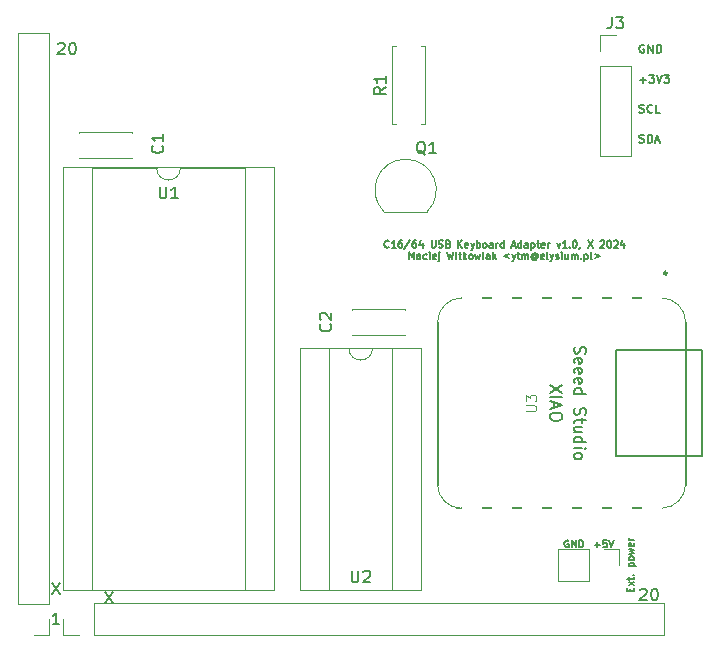
<source format=gto>
G04 #@! TF.GenerationSoftware,KiCad,Pcbnew,(6.0.11)*
G04 #@! TF.CreationDate,2024-10-09T23:17:59+02:00*
G04 #@! TF.ProjectId,kicad-c128keyb,6b696361-642d-4633-9132-386b6579622e,rev?*
G04 #@! TF.SameCoordinates,Original*
G04 #@! TF.FileFunction,Legend,Top*
G04 #@! TF.FilePolarity,Positive*
%FSLAX46Y46*%
G04 Gerber Fmt 4.6, Leading zero omitted, Abs format (unit mm)*
G04 Created by KiCad (PCBNEW (6.0.11)) date 2024-10-09 23:17:59*
%MOMM*%
%LPD*%
G01*
G04 APERTURE LIST*
%ADD10C,0.150000*%
%ADD11C,0.101600*%
%ADD12C,0.120000*%
%ADD13C,0.025400*%
%ADD14C,0.254000*%
%ADD15C,0.127000*%
%ADD16R,1.600000X1.600000*%
%ADD17O,1.600000X1.600000*%
%ADD18O,1.700000X1.700000*%
%ADD19R,1.700000X1.700000*%
%ADD20C,1.600000*%
%ADD21R,1.050000X1.500000*%
%ADD22O,1.050000X1.500000*%
%ADD23O,1.700000X3.700000*%
%ADD24O,1.700000X3.600000*%
%ADD25R,1.700000X3.500000*%
%ADD26C,0.700000*%
%ADD27C,4.400000*%
G04 APERTURE END LIST*
D10*
X158529976Y-114101619D02*
X158577595Y-114054000D01*
X158672833Y-114006380D01*
X158910928Y-114006380D01*
X159006166Y-114054000D01*
X159053785Y-114101619D01*
X159101404Y-114196857D01*
X159101404Y-114292095D01*
X159053785Y-114434952D01*
X158482357Y-115006380D01*
X159101404Y-115006380D01*
X159720452Y-114006380D02*
X159815690Y-114006380D01*
X159910928Y-114054000D01*
X159958547Y-114101619D01*
X160006166Y-114196857D01*
X160053785Y-114387333D01*
X160053785Y-114625428D01*
X160006166Y-114815904D01*
X159958547Y-114911142D01*
X159910928Y-114958761D01*
X159815690Y-115006380D01*
X159720452Y-115006380D01*
X159625214Y-114958761D01*
X159577595Y-114911142D01*
X159529976Y-114815904D01*
X159482357Y-114625428D01*
X159482357Y-114387333D01*
X159529976Y-114196857D01*
X159577595Y-114101619D01*
X159625214Y-114054000D01*
X159720452Y-114006380D01*
X113270357Y-114260380D02*
X113937023Y-115260380D01*
X113937023Y-114260380D02*
X113270357Y-115260380D01*
X108758357Y-113498380D02*
X109425023Y-114498380D01*
X109425023Y-113498380D02*
X108758357Y-114498380D01*
X109377404Y-117038380D02*
X108805976Y-117038380D01*
X109091690Y-117038380D02*
X109091690Y-116038380D01*
X108996452Y-116181238D01*
X108901214Y-116276476D01*
X108805976Y-116324095D01*
X109253976Y-67873619D02*
X109301595Y-67826000D01*
X109396833Y-67778380D01*
X109634928Y-67778380D01*
X109730166Y-67826000D01*
X109777785Y-67873619D01*
X109825404Y-67968857D01*
X109825404Y-68064095D01*
X109777785Y-68206952D01*
X109206357Y-68778380D01*
X109825404Y-68778380D01*
X110444452Y-67778380D02*
X110539690Y-67778380D01*
X110634928Y-67826000D01*
X110682547Y-67873619D01*
X110730166Y-67968857D01*
X110777785Y-68159333D01*
X110777785Y-68397428D01*
X110730166Y-68587904D01*
X110682547Y-68683142D01*
X110634928Y-68730761D01*
X110539690Y-68778380D01*
X110444452Y-68778380D01*
X110349214Y-68730761D01*
X110301595Y-68683142D01*
X110253976Y-68587904D01*
X110206357Y-68397428D01*
X110206357Y-68159333D01*
X110253976Y-67968857D01*
X110301595Y-67873619D01*
X110349214Y-67826000D01*
X110444452Y-67778380D01*
X157696142Y-114228285D02*
X157696142Y-114028285D01*
X158010428Y-113942571D02*
X158010428Y-114228285D01*
X157410428Y-114228285D01*
X157410428Y-113942571D01*
X158010428Y-113742571D02*
X157610428Y-113428285D01*
X157610428Y-113742571D02*
X158010428Y-113428285D01*
X157610428Y-113285428D02*
X157610428Y-113056857D01*
X157410428Y-113199714D02*
X157924714Y-113199714D01*
X157981857Y-113171142D01*
X158010428Y-113114000D01*
X158010428Y-113056857D01*
X157953285Y-112856857D02*
X157981857Y-112828285D01*
X158010428Y-112856857D01*
X157981857Y-112885428D01*
X157953285Y-112856857D01*
X158010428Y-112856857D01*
X157610428Y-112114000D02*
X158210428Y-112114000D01*
X157639000Y-112114000D02*
X157610428Y-112056857D01*
X157610428Y-111942571D01*
X157639000Y-111885428D01*
X157667571Y-111856857D01*
X157724714Y-111828285D01*
X157896142Y-111828285D01*
X157953285Y-111856857D01*
X157981857Y-111885428D01*
X158010428Y-111942571D01*
X158010428Y-112056857D01*
X157981857Y-112114000D01*
X158010428Y-111485428D02*
X157981857Y-111542571D01*
X157953285Y-111571142D01*
X157896142Y-111599714D01*
X157724714Y-111599714D01*
X157667571Y-111571142D01*
X157639000Y-111542571D01*
X157610428Y-111485428D01*
X157610428Y-111399714D01*
X157639000Y-111342571D01*
X157667571Y-111314000D01*
X157724714Y-111285428D01*
X157896142Y-111285428D01*
X157953285Y-111314000D01*
X157981857Y-111342571D01*
X158010428Y-111399714D01*
X158010428Y-111485428D01*
X157610428Y-111085428D02*
X158010428Y-110971142D01*
X157724714Y-110856857D01*
X158010428Y-110742571D01*
X157610428Y-110628285D01*
X157981857Y-110171142D02*
X158010428Y-110228285D01*
X158010428Y-110342571D01*
X157981857Y-110399714D01*
X157924714Y-110428285D01*
X157696142Y-110428285D01*
X157639000Y-110399714D01*
X157610428Y-110342571D01*
X157610428Y-110228285D01*
X157639000Y-110171142D01*
X157696142Y-110142571D01*
X157753285Y-110142571D01*
X157810428Y-110428285D01*
X158010428Y-109885428D02*
X157610428Y-109885428D01*
X157724714Y-109885428D02*
X157667571Y-109856857D01*
X157639000Y-109828285D01*
X157610428Y-109771142D01*
X157610428Y-109714000D01*
X137266000Y-85075285D02*
X137237428Y-85103857D01*
X137151714Y-85132428D01*
X137094571Y-85132428D01*
X137008857Y-85103857D01*
X136951714Y-85046714D01*
X136923142Y-84989571D01*
X136894571Y-84875285D01*
X136894571Y-84789571D01*
X136923142Y-84675285D01*
X136951714Y-84618142D01*
X137008857Y-84561000D01*
X137094571Y-84532428D01*
X137151714Y-84532428D01*
X137237428Y-84561000D01*
X137266000Y-84589571D01*
X137837428Y-85132428D02*
X137494571Y-85132428D01*
X137666000Y-85132428D02*
X137666000Y-84532428D01*
X137608857Y-84618142D01*
X137551714Y-84675285D01*
X137494571Y-84703857D01*
X138351714Y-84532428D02*
X138237428Y-84532428D01*
X138180285Y-84561000D01*
X138151714Y-84589571D01*
X138094571Y-84675285D01*
X138066000Y-84789571D01*
X138066000Y-85018142D01*
X138094571Y-85075285D01*
X138123142Y-85103857D01*
X138180285Y-85132428D01*
X138294571Y-85132428D01*
X138351714Y-85103857D01*
X138380285Y-85075285D01*
X138408857Y-85018142D01*
X138408857Y-84875285D01*
X138380285Y-84818142D01*
X138351714Y-84789571D01*
X138294571Y-84761000D01*
X138180285Y-84761000D01*
X138123142Y-84789571D01*
X138094571Y-84818142D01*
X138066000Y-84875285D01*
X139094571Y-84503857D02*
X138580285Y-85275285D01*
X139551714Y-84532428D02*
X139437428Y-84532428D01*
X139380285Y-84561000D01*
X139351714Y-84589571D01*
X139294571Y-84675285D01*
X139266000Y-84789571D01*
X139266000Y-85018142D01*
X139294571Y-85075285D01*
X139323142Y-85103857D01*
X139380285Y-85132428D01*
X139494571Y-85132428D01*
X139551714Y-85103857D01*
X139580285Y-85075285D01*
X139608857Y-85018142D01*
X139608857Y-84875285D01*
X139580285Y-84818142D01*
X139551714Y-84789571D01*
X139494571Y-84761000D01*
X139380285Y-84761000D01*
X139323142Y-84789571D01*
X139294571Y-84818142D01*
X139266000Y-84875285D01*
X140123142Y-84732428D02*
X140123142Y-85132428D01*
X139980285Y-84503857D02*
X139837428Y-84932428D01*
X140208857Y-84932428D01*
X140894571Y-84532428D02*
X140894571Y-85018142D01*
X140923142Y-85075285D01*
X140951714Y-85103857D01*
X141008857Y-85132428D01*
X141123142Y-85132428D01*
X141180285Y-85103857D01*
X141208857Y-85075285D01*
X141237428Y-85018142D01*
X141237428Y-84532428D01*
X141494571Y-85103857D02*
X141580285Y-85132428D01*
X141723142Y-85132428D01*
X141780285Y-85103857D01*
X141808857Y-85075285D01*
X141837428Y-85018142D01*
X141837428Y-84961000D01*
X141808857Y-84903857D01*
X141780285Y-84875285D01*
X141723142Y-84846714D01*
X141608857Y-84818142D01*
X141551714Y-84789571D01*
X141523142Y-84761000D01*
X141494571Y-84703857D01*
X141494571Y-84646714D01*
X141523142Y-84589571D01*
X141551714Y-84561000D01*
X141608857Y-84532428D01*
X141751714Y-84532428D01*
X141837428Y-84561000D01*
X142294571Y-84818142D02*
X142380285Y-84846714D01*
X142408857Y-84875285D01*
X142437428Y-84932428D01*
X142437428Y-85018142D01*
X142408857Y-85075285D01*
X142380285Y-85103857D01*
X142323142Y-85132428D01*
X142094571Y-85132428D01*
X142094571Y-84532428D01*
X142294571Y-84532428D01*
X142351714Y-84561000D01*
X142380285Y-84589571D01*
X142408857Y-84646714D01*
X142408857Y-84703857D01*
X142380285Y-84761000D01*
X142351714Y-84789571D01*
X142294571Y-84818142D01*
X142094571Y-84818142D01*
X143151714Y-85132428D02*
X143151714Y-84532428D01*
X143494571Y-85132428D02*
X143237428Y-84789571D01*
X143494571Y-84532428D02*
X143151714Y-84875285D01*
X143980285Y-85103857D02*
X143923142Y-85132428D01*
X143808857Y-85132428D01*
X143751714Y-85103857D01*
X143723142Y-85046714D01*
X143723142Y-84818142D01*
X143751714Y-84761000D01*
X143808857Y-84732428D01*
X143923142Y-84732428D01*
X143980285Y-84761000D01*
X144008857Y-84818142D01*
X144008857Y-84875285D01*
X143723142Y-84932428D01*
X144208857Y-84732428D02*
X144351714Y-85132428D01*
X144494571Y-84732428D02*
X144351714Y-85132428D01*
X144294571Y-85275285D01*
X144266000Y-85303857D01*
X144208857Y-85332428D01*
X144723142Y-85132428D02*
X144723142Y-84532428D01*
X144723142Y-84761000D02*
X144780285Y-84732428D01*
X144894571Y-84732428D01*
X144951714Y-84761000D01*
X144980285Y-84789571D01*
X145008857Y-84846714D01*
X145008857Y-85018142D01*
X144980285Y-85075285D01*
X144951714Y-85103857D01*
X144894571Y-85132428D01*
X144780285Y-85132428D01*
X144723142Y-85103857D01*
X145351714Y-85132428D02*
X145294571Y-85103857D01*
X145266000Y-85075285D01*
X145237428Y-85018142D01*
X145237428Y-84846714D01*
X145266000Y-84789571D01*
X145294571Y-84761000D01*
X145351714Y-84732428D01*
X145437428Y-84732428D01*
X145494571Y-84761000D01*
X145523142Y-84789571D01*
X145551714Y-84846714D01*
X145551714Y-85018142D01*
X145523142Y-85075285D01*
X145494571Y-85103857D01*
X145437428Y-85132428D01*
X145351714Y-85132428D01*
X146066000Y-85132428D02*
X146066000Y-84818142D01*
X146037428Y-84761000D01*
X145980285Y-84732428D01*
X145866000Y-84732428D01*
X145808857Y-84761000D01*
X146066000Y-85103857D02*
X146008857Y-85132428D01*
X145866000Y-85132428D01*
X145808857Y-85103857D01*
X145780285Y-85046714D01*
X145780285Y-84989571D01*
X145808857Y-84932428D01*
X145866000Y-84903857D01*
X146008857Y-84903857D01*
X146066000Y-84875285D01*
X146351714Y-85132428D02*
X146351714Y-84732428D01*
X146351714Y-84846714D02*
X146380285Y-84789571D01*
X146408857Y-84761000D01*
X146466000Y-84732428D01*
X146523142Y-84732428D01*
X146980285Y-85132428D02*
X146980285Y-84532428D01*
X146980285Y-85103857D02*
X146923142Y-85132428D01*
X146808857Y-85132428D01*
X146751714Y-85103857D01*
X146723142Y-85075285D01*
X146694571Y-85018142D01*
X146694571Y-84846714D01*
X146723142Y-84789571D01*
X146751714Y-84761000D01*
X146808857Y-84732428D01*
X146923142Y-84732428D01*
X146980285Y-84761000D01*
X147694571Y-84961000D02*
X147980285Y-84961000D01*
X147637428Y-85132428D02*
X147837428Y-84532428D01*
X148037428Y-85132428D01*
X148494571Y-85132428D02*
X148494571Y-84532428D01*
X148494571Y-85103857D02*
X148437428Y-85132428D01*
X148323142Y-85132428D01*
X148266000Y-85103857D01*
X148237428Y-85075285D01*
X148208857Y-85018142D01*
X148208857Y-84846714D01*
X148237428Y-84789571D01*
X148266000Y-84761000D01*
X148323142Y-84732428D01*
X148437428Y-84732428D01*
X148494571Y-84761000D01*
X149037428Y-85132428D02*
X149037428Y-84818142D01*
X149008857Y-84761000D01*
X148951714Y-84732428D01*
X148837428Y-84732428D01*
X148780285Y-84761000D01*
X149037428Y-85103857D02*
X148980285Y-85132428D01*
X148837428Y-85132428D01*
X148780285Y-85103857D01*
X148751714Y-85046714D01*
X148751714Y-84989571D01*
X148780285Y-84932428D01*
X148837428Y-84903857D01*
X148980285Y-84903857D01*
X149037428Y-84875285D01*
X149323142Y-84732428D02*
X149323142Y-85332428D01*
X149323142Y-84761000D02*
X149380285Y-84732428D01*
X149494571Y-84732428D01*
X149551714Y-84761000D01*
X149580285Y-84789571D01*
X149608857Y-84846714D01*
X149608857Y-85018142D01*
X149580285Y-85075285D01*
X149551714Y-85103857D01*
X149494571Y-85132428D01*
X149380285Y-85132428D01*
X149323142Y-85103857D01*
X149780285Y-84732428D02*
X150008857Y-84732428D01*
X149866000Y-84532428D02*
X149866000Y-85046714D01*
X149894571Y-85103857D01*
X149951714Y-85132428D01*
X150008857Y-85132428D01*
X150437428Y-85103857D02*
X150380285Y-85132428D01*
X150266000Y-85132428D01*
X150208857Y-85103857D01*
X150180285Y-85046714D01*
X150180285Y-84818142D01*
X150208857Y-84761000D01*
X150266000Y-84732428D01*
X150380285Y-84732428D01*
X150437428Y-84761000D01*
X150466000Y-84818142D01*
X150466000Y-84875285D01*
X150180285Y-84932428D01*
X150723142Y-85132428D02*
X150723142Y-84732428D01*
X150723142Y-84846714D02*
X150751714Y-84789571D01*
X150780285Y-84761000D01*
X150837428Y-84732428D01*
X150894571Y-84732428D01*
X151494571Y-84732428D02*
X151637428Y-85132428D01*
X151780285Y-84732428D01*
X152323142Y-85132428D02*
X151980285Y-85132428D01*
X152151714Y-85132428D02*
X152151714Y-84532428D01*
X152094571Y-84618142D01*
X152037428Y-84675285D01*
X151980285Y-84703857D01*
X152580285Y-85075285D02*
X152608857Y-85103857D01*
X152580285Y-85132428D01*
X152551714Y-85103857D01*
X152580285Y-85075285D01*
X152580285Y-85132428D01*
X152980285Y-84532428D02*
X153037428Y-84532428D01*
X153094571Y-84561000D01*
X153123142Y-84589571D01*
X153151714Y-84646714D01*
X153180285Y-84761000D01*
X153180285Y-84903857D01*
X153151714Y-85018142D01*
X153123142Y-85075285D01*
X153094571Y-85103857D01*
X153037428Y-85132428D01*
X152980285Y-85132428D01*
X152923142Y-85103857D01*
X152894571Y-85075285D01*
X152866000Y-85018142D01*
X152837428Y-84903857D01*
X152837428Y-84761000D01*
X152866000Y-84646714D01*
X152894571Y-84589571D01*
X152923142Y-84561000D01*
X152980285Y-84532428D01*
X153466000Y-85103857D02*
X153466000Y-85132428D01*
X153437428Y-85189571D01*
X153408857Y-85218142D01*
X154123142Y-84532428D02*
X154523142Y-85132428D01*
X154523142Y-84532428D02*
X154123142Y-85132428D01*
X155180285Y-84589571D02*
X155208857Y-84561000D01*
X155266000Y-84532428D01*
X155408857Y-84532428D01*
X155466000Y-84561000D01*
X155494571Y-84589571D01*
X155523142Y-84646714D01*
X155523142Y-84703857D01*
X155494571Y-84789571D01*
X155151714Y-85132428D01*
X155523142Y-85132428D01*
X155894571Y-84532428D02*
X155951714Y-84532428D01*
X156008857Y-84561000D01*
X156037428Y-84589571D01*
X156066000Y-84646714D01*
X156094571Y-84761000D01*
X156094571Y-84903857D01*
X156066000Y-85018142D01*
X156037428Y-85075285D01*
X156008857Y-85103857D01*
X155951714Y-85132428D01*
X155894571Y-85132428D01*
X155837428Y-85103857D01*
X155808857Y-85075285D01*
X155780285Y-85018142D01*
X155751714Y-84903857D01*
X155751714Y-84761000D01*
X155780285Y-84646714D01*
X155808857Y-84589571D01*
X155837428Y-84561000D01*
X155894571Y-84532428D01*
X156323142Y-84589571D02*
X156351714Y-84561000D01*
X156408857Y-84532428D01*
X156551714Y-84532428D01*
X156608857Y-84561000D01*
X156637428Y-84589571D01*
X156666000Y-84646714D01*
X156666000Y-84703857D01*
X156637428Y-84789571D01*
X156294571Y-85132428D01*
X156666000Y-85132428D01*
X157180285Y-84732428D02*
X157180285Y-85132428D01*
X157037428Y-84503857D02*
X156894571Y-84932428D01*
X157266000Y-84932428D01*
X138994571Y-86098428D02*
X138994571Y-85498428D01*
X139194571Y-85927000D01*
X139394571Y-85498428D01*
X139394571Y-86098428D01*
X139937428Y-86098428D02*
X139937428Y-85784142D01*
X139908857Y-85727000D01*
X139851714Y-85698428D01*
X139737428Y-85698428D01*
X139680285Y-85727000D01*
X139937428Y-86069857D02*
X139880285Y-86098428D01*
X139737428Y-86098428D01*
X139680285Y-86069857D01*
X139651714Y-86012714D01*
X139651714Y-85955571D01*
X139680285Y-85898428D01*
X139737428Y-85869857D01*
X139880285Y-85869857D01*
X139937428Y-85841285D01*
X140480285Y-86069857D02*
X140423142Y-86098428D01*
X140308857Y-86098428D01*
X140251714Y-86069857D01*
X140223142Y-86041285D01*
X140194571Y-85984142D01*
X140194571Y-85812714D01*
X140223142Y-85755571D01*
X140251714Y-85727000D01*
X140308857Y-85698428D01*
X140423142Y-85698428D01*
X140480285Y-85727000D01*
X140737428Y-86098428D02*
X140737428Y-85698428D01*
X140737428Y-85498428D02*
X140708857Y-85527000D01*
X140737428Y-85555571D01*
X140766000Y-85527000D01*
X140737428Y-85498428D01*
X140737428Y-85555571D01*
X141251714Y-86069857D02*
X141194571Y-86098428D01*
X141080285Y-86098428D01*
X141023142Y-86069857D01*
X140994571Y-86012714D01*
X140994571Y-85784142D01*
X141023142Y-85727000D01*
X141080285Y-85698428D01*
X141194571Y-85698428D01*
X141251714Y-85727000D01*
X141280285Y-85784142D01*
X141280285Y-85841285D01*
X140994571Y-85898428D01*
X141537428Y-85698428D02*
X141537428Y-86212714D01*
X141508857Y-86269857D01*
X141451714Y-86298428D01*
X141423142Y-86298428D01*
X141537428Y-85498428D02*
X141508857Y-85527000D01*
X141537428Y-85555571D01*
X141566000Y-85527000D01*
X141537428Y-85498428D01*
X141537428Y-85555571D01*
X142223142Y-85498428D02*
X142366000Y-86098428D01*
X142480285Y-85669857D01*
X142594571Y-86098428D01*
X142737428Y-85498428D01*
X142966000Y-86098428D02*
X142966000Y-85698428D01*
X142966000Y-85498428D02*
X142937428Y-85527000D01*
X142966000Y-85555571D01*
X142994571Y-85527000D01*
X142966000Y-85498428D01*
X142966000Y-85555571D01*
X143166000Y-85698428D02*
X143394571Y-85698428D01*
X143251714Y-85498428D02*
X143251714Y-86012714D01*
X143280285Y-86069857D01*
X143337428Y-86098428D01*
X143394571Y-86098428D01*
X143594571Y-86098428D02*
X143594571Y-85498428D01*
X143651714Y-85869857D02*
X143823142Y-86098428D01*
X143823142Y-85698428D02*
X143594571Y-85927000D01*
X144166000Y-86098428D02*
X144108857Y-86069857D01*
X144080285Y-86041285D01*
X144051714Y-85984142D01*
X144051714Y-85812714D01*
X144080285Y-85755571D01*
X144108857Y-85727000D01*
X144166000Y-85698428D01*
X144251714Y-85698428D01*
X144308857Y-85727000D01*
X144337428Y-85755571D01*
X144366000Y-85812714D01*
X144366000Y-85984142D01*
X144337428Y-86041285D01*
X144308857Y-86069857D01*
X144251714Y-86098428D01*
X144166000Y-86098428D01*
X144566000Y-85698428D02*
X144680285Y-86098428D01*
X144794571Y-85812714D01*
X144908857Y-86098428D01*
X145023142Y-85698428D01*
X145251714Y-86098428D02*
X145251714Y-85698428D01*
X145251714Y-85498428D02*
X145223142Y-85527000D01*
X145251714Y-85555571D01*
X145280285Y-85527000D01*
X145251714Y-85498428D01*
X145251714Y-85555571D01*
X145794571Y-86098428D02*
X145794571Y-85784142D01*
X145766000Y-85727000D01*
X145708857Y-85698428D01*
X145594571Y-85698428D01*
X145537428Y-85727000D01*
X145794571Y-86069857D02*
X145737428Y-86098428D01*
X145594571Y-86098428D01*
X145537428Y-86069857D01*
X145508857Y-86012714D01*
X145508857Y-85955571D01*
X145537428Y-85898428D01*
X145594571Y-85869857D01*
X145737428Y-85869857D01*
X145794571Y-85841285D01*
X146080285Y-86098428D02*
X146080285Y-85498428D01*
X146137428Y-85869857D02*
X146308857Y-86098428D01*
X146308857Y-85698428D02*
X146080285Y-85927000D01*
X147480285Y-85698428D02*
X147023142Y-85869857D01*
X147480285Y-86041285D01*
X147708857Y-85698428D02*
X147851714Y-86098428D01*
X147994571Y-85698428D02*
X147851714Y-86098428D01*
X147794571Y-86241285D01*
X147766000Y-86269857D01*
X147708857Y-86298428D01*
X148137428Y-85698428D02*
X148366000Y-85698428D01*
X148223142Y-85498428D02*
X148223142Y-86012714D01*
X148251714Y-86069857D01*
X148308857Y-86098428D01*
X148366000Y-86098428D01*
X148566000Y-86098428D02*
X148566000Y-85698428D01*
X148566000Y-85755571D02*
X148594571Y-85727000D01*
X148651714Y-85698428D01*
X148737428Y-85698428D01*
X148794571Y-85727000D01*
X148823142Y-85784142D01*
X148823142Y-86098428D01*
X148823142Y-85784142D02*
X148851714Y-85727000D01*
X148908857Y-85698428D01*
X148994571Y-85698428D01*
X149051714Y-85727000D01*
X149080285Y-85784142D01*
X149080285Y-86098428D01*
X149737428Y-85812714D02*
X149708857Y-85784142D01*
X149651714Y-85755571D01*
X149594571Y-85755571D01*
X149537428Y-85784142D01*
X149508857Y-85812714D01*
X149480285Y-85869857D01*
X149480285Y-85927000D01*
X149508857Y-85984142D01*
X149537428Y-86012714D01*
X149594571Y-86041285D01*
X149651714Y-86041285D01*
X149708857Y-86012714D01*
X149737428Y-85984142D01*
X149737428Y-85755571D02*
X149737428Y-85984142D01*
X149766000Y-86012714D01*
X149794571Y-86012714D01*
X149851714Y-85984142D01*
X149880285Y-85927000D01*
X149880285Y-85784142D01*
X149823142Y-85698428D01*
X149737428Y-85641285D01*
X149623142Y-85612714D01*
X149508857Y-85641285D01*
X149423142Y-85698428D01*
X149366000Y-85784142D01*
X149337428Y-85898428D01*
X149366000Y-86012714D01*
X149423142Y-86098428D01*
X149508857Y-86155571D01*
X149623142Y-86184142D01*
X149737428Y-86155571D01*
X149823142Y-86098428D01*
X150366000Y-86069857D02*
X150308857Y-86098428D01*
X150194571Y-86098428D01*
X150137428Y-86069857D01*
X150108857Y-86012714D01*
X150108857Y-85784142D01*
X150137428Y-85727000D01*
X150194571Y-85698428D01*
X150308857Y-85698428D01*
X150366000Y-85727000D01*
X150394571Y-85784142D01*
X150394571Y-85841285D01*
X150108857Y-85898428D01*
X150737428Y-86098428D02*
X150680285Y-86069857D01*
X150651714Y-86012714D01*
X150651714Y-85498428D01*
X150908857Y-85698428D02*
X151051714Y-86098428D01*
X151194571Y-85698428D02*
X151051714Y-86098428D01*
X150994571Y-86241285D01*
X150966000Y-86269857D01*
X150908857Y-86298428D01*
X151394571Y-86069857D02*
X151451714Y-86098428D01*
X151566000Y-86098428D01*
X151623142Y-86069857D01*
X151651714Y-86012714D01*
X151651714Y-85984142D01*
X151623142Y-85927000D01*
X151566000Y-85898428D01*
X151480285Y-85898428D01*
X151423142Y-85869857D01*
X151394571Y-85812714D01*
X151394571Y-85784142D01*
X151423142Y-85727000D01*
X151480285Y-85698428D01*
X151566000Y-85698428D01*
X151623142Y-85727000D01*
X151908857Y-86098428D02*
X151908857Y-85698428D01*
X151908857Y-85498428D02*
X151880285Y-85527000D01*
X151908857Y-85555571D01*
X151937428Y-85527000D01*
X151908857Y-85498428D01*
X151908857Y-85555571D01*
X152451714Y-85698428D02*
X152451714Y-86098428D01*
X152194571Y-85698428D02*
X152194571Y-86012714D01*
X152223142Y-86069857D01*
X152280285Y-86098428D01*
X152366000Y-86098428D01*
X152423142Y-86069857D01*
X152451714Y-86041285D01*
X152737428Y-86098428D02*
X152737428Y-85698428D01*
X152737428Y-85755571D02*
X152766000Y-85727000D01*
X152823142Y-85698428D01*
X152908857Y-85698428D01*
X152966000Y-85727000D01*
X152994571Y-85784142D01*
X152994571Y-86098428D01*
X152994571Y-85784142D02*
X153023142Y-85727000D01*
X153080285Y-85698428D01*
X153166000Y-85698428D01*
X153223142Y-85727000D01*
X153251714Y-85784142D01*
X153251714Y-86098428D01*
X153537428Y-86041285D02*
X153566000Y-86069857D01*
X153537428Y-86098428D01*
X153508857Y-86069857D01*
X153537428Y-86041285D01*
X153537428Y-86098428D01*
X153823142Y-85698428D02*
X153823142Y-86298428D01*
X153823142Y-85727000D02*
X153880285Y-85698428D01*
X153994571Y-85698428D01*
X154051714Y-85727000D01*
X154080285Y-85755571D01*
X154108857Y-85812714D01*
X154108857Y-85984142D01*
X154080285Y-86041285D01*
X154051714Y-86069857D01*
X153994571Y-86098428D01*
X153880285Y-86098428D01*
X153823142Y-86069857D01*
X154451714Y-86098428D02*
X154394571Y-86069857D01*
X154366000Y-86012714D01*
X154366000Y-85498428D01*
X154680285Y-85698428D02*
X155137428Y-85869857D01*
X154680285Y-86041285D01*
X152455857Y-109936000D02*
X152398714Y-109907428D01*
X152313000Y-109907428D01*
X152227285Y-109936000D01*
X152170142Y-109993142D01*
X152141571Y-110050285D01*
X152113000Y-110164571D01*
X152113000Y-110250285D01*
X152141571Y-110364571D01*
X152170142Y-110421714D01*
X152227285Y-110478857D01*
X152313000Y-110507428D01*
X152370142Y-110507428D01*
X152455857Y-110478857D01*
X152484428Y-110450285D01*
X152484428Y-110250285D01*
X152370142Y-110250285D01*
X152741571Y-110507428D02*
X152741571Y-109907428D01*
X153084428Y-110507428D01*
X153084428Y-109907428D01*
X153370142Y-110507428D02*
X153370142Y-109907428D01*
X153513000Y-109907428D01*
X153598714Y-109936000D01*
X153655857Y-109993142D01*
X153684428Y-110050285D01*
X153713000Y-110164571D01*
X153713000Y-110250285D01*
X153684428Y-110364571D01*
X153655857Y-110421714D01*
X153598714Y-110478857D01*
X153513000Y-110507428D01*
X153370142Y-110507428D01*
X158472833Y-76229333D02*
X158572833Y-76262666D01*
X158739500Y-76262666D01*
X158806166Y-76229333D01*
X158839500Y-76196000D01*
X158872833Y-76129333D01*
X158872833Y-76062666D01*
X158839500Y-75996000D01*
X158806166Y-75962666D01*
X158739500Y-75929333D01*
X158606166Y-75896000D01*
X158539500Y-75862666D01*
X158506166Y-75829333D01*
X158472833Y-75762666D01*
X158472833Y-75696000D01*
X158506166Y-75629333D01*
X158539500Y-75596000D01*
X158606166Y-75562666D01*
X158772833Y-75562666D01*
X158872833Y-75596000D01*
X159172833Y-76262666D02*
X159172833Y-75562666D01*
X159339500Y-75562666D01*
X159439500Y-75596000D01*
X159506166Y-75662666D01*
X159539500Y-75729333D01*
X159572833Y-75862666D01*
X159572833Y-75962666D01*
X159539500Y-76096000D01*
X159506166Y-76162666D01*
X159439500Y-76229333D01*
X159339500Y-76262666D01*
X159172833Y-76262666D01*
X159839500Y-76062666D02*
X160172833Y-76062666D01*
X159772833Y-76262666D02*
X160006166Y-75562666D01*
X160239500Y-76262666D01*
X158506166Y-70916000D02*
X159039500Y-70916000D01*
X158772833Y-71182666D02*
X158772833Y-70649333D01*
X159306166Y-70482666D02*
X159739500Y-70482666D01*
X159506166Y-70749333D01*
X159606166Y-70749333D01*
X159672833Y-70782666D01*
X159706166Y-70816000D01*
X159739500Y-70882666D01*
X159739500Y-71049333D01*
X159706166Y-71116000D01*
X159672833Y-71149333D01*
X159606166Y-71182666D01*
X159406166Y-71182666D01*
X159339500Y-71149333D01*
X159306166Y-71116000D01*
X159939500Y-70482666D02*
X160172833Y-71182666D01*
X160406166Y-70482666D01*
X160572833Y-70482666D02*
X161006166Y-70482666D01*
X160772833Y-70749333D01*
X160872833Y-70749333D01*
X160939500Y-70782666D01*
X160972833Y-70816000D01*
X161006166Y-70882666D01*
X161006166Y-71049333D01*
X160972833Y-71116000D01*
X160939500Y-71149333D01*
X160872833Y-71182666D01*
X160672833Y-71182666D01*
X160606166Y-71149333D01*
X160572833Y-71116000D01*
X158472833Y-73689333D02*
X158572833Y-73722666D01*
X158739500Y-73722666D01*
X158806166Y-73689333D01*
X158839500Y-73656000D01*
X158872833Y-73589333D01*
X158872833Y-73522666D01*
X158839500Y-73456000D01*
X158806166Y-73422666D01*
X158739500Y-73389333D01*
X158606166Y-73356000D01*
X158539500Y-73322666D01*
X158506166Y-73289333D01*
X158472833Y-73222666D01*
X158472833Y-73156000D01*
X158506166Y-73089333D01*
X158539500Y-73056000D01*
X158606166Y-73022666D01*
X158772833Y-73022666D01*
X158872833Y-73056000D01*
X159572833Y-73656000D02*
X159539500Y-73689333D01*
X159439500Y-73722666D01*
X159372833Y-73722666D01*
X159272833Y-73689333D01*
X159206166Y-73622666D01*
X159172833Y-73556000D01*
X159139500Y-73422666D01*
X159139500Y-73322666D01*
X159172833Y-73189333D01*
X159206166Y-73122666D01*
X159272833Y-73056000D01*
X159372833Y-73022666D01*
X159439500Y-73022666D01*
X159539500Y-73056000D01*
X159572833Y-73089333D01*
X160206166Y-73722666D02*
X159872833Y-73722666D01*
X159872833Y-73022666D01*
X158872833Y-67976000D02*
X158806166Y-67942666D01*
X158706166Y-67942666D01*
X158606166Y-67976000D01*
X158539500Y-68042666D01*
X158506166Y-68109333D01*
X158472833Y-68242666D01*
X158472833Y-68342666D01*
X158506166Y-68476000D01*
X158539500Y-68542666D01*
X158606166Y-68609333D01*
X158706166Y-68642666D01*
X158772833Y-68642666D01*
X158872833Y-68609333D01*
X158906166Y-68576000D01*
X158906166Y-68342666D01*
X158772833Y-68342666D01*
X159206166Y-68642666D02*
X159206166Y-67942666D01*
X159606166Y-68642666D01*
X159606166Y-67942666D01*
X159939500Y-68642666D02*
X159939500Y-67942666D01*
X160106166Y-67942666D01*
X160206166Y-67976000D01*
X160272833Y-68042666D01*
X160306166Y-68109333D01*
X160339500Y-68242666D01*
X160339500Y-68342666D01*
X160306166Y-68476000D01*
X160272833Y-68542666D01*
X160206166Y-68609333D01*
X160106166Y-68642666D01*
X159939500Y-68642666D01*
X154681571Y-110278857D02*
X155138714Y-110278857D01*
X154910142Y-110507428D02*
X154910142Y-110050285D01*
X155710142Y-109907428D02*
X155424428Y-109907428D01*
X155395857Y-110193142D01*
X155424428Y-110164571D01*
X155481571Y-110136000D01*
X155624428Y-110136000D01*
X155681571Y-110164571D01*
X155710142Y-110193142D01*
X155738714Y-110250285D01*
X155738714Y-110393142D01*
X155710142Y-110450285D01*
X155681571Y-110478857D01*
X155624428Y-110507428D01*
X155481571Y-110507428D01*
X155424428Y-110478857D01*
X155395857Y-110450285D01*
X155910142Y-109907428D02*
X156110142Y-110507428D01*
X156310142Y-109907428D01*
X117851095Y-79970380D02*
X117851095Y-80779904D01*
X117898714Y-80875142D01*
X117946333Y-80922761D01*
X118041571Y-80970380D01*
X118232047Y-80970380D01*
X118327285Y-80922761D01*
X118374904Y-80875142D01*
X118422523Y-80779904D01*
X118422523Y-79970380D01*
X119422523Y-80970380D02*
X118851095Y-80970380D01*
X119136809Y-80970380D02*
X119136809Y-79970380D01*
X119041571Y-80113238D01*
X118946333Y-80208476D01*
X118851095Y-80256095D01*
X118086142Y-76493666D02*
X118133761Y-76541285D01*
X118181380Y-76684142D01*
X118181380Y-76779380D01*
X118133761Y-76922238D01*
X118038523Y-77017476D01*
X117943285Y-77065095D01*
X117752809Y-77112714D01*
X117609952Y-77112714D01*
X117419476Y-77065095D01*
X117324238Y-77017476D01*
X117229000Y-76922238D01*
X117181380Y-76779380D01*
X117181380Y-76684142D01*
X117229000Y-76541285D01*
X117276619Y-76493666D01*
X118181380Y-75541285D02*
X118181380Y-76112714D01*
X118181380Y-75827000D02*
X117181380Y-75827000D01*
X117324238Y-75922238D01*
X117419476Y-76017476D01*
X117467095Y-76112714D01*
X137020380Y-71540666D02*
X136544190Y-71874000D01*
X137020380Y-72112095D02*
X136020380Y-72112095D01*
X136020380Y-71731142D01*
X136068000Y-71635904D01*
X136115619Y-71588285D01*
X136210857Y-71540666D01*
X136353714Y-71540666D01*
X136448952Y-71588285D01*
X136496571Y-71635904D01*
X136544190Y-71731142D01*
X136544190Y-72112095D01*
X137020380Y-70588285D02*
X137020380Y-71159714D01*
X137020380Y-70874000D02*
X136020380Y-70874000D01*
X136163238Y-70969238D01*
X136258476Y-71064476D01*
X136306095Y-71159714D01*
X134112095Y-112482380D02*
X134112095Y-113291904D01*
X134159714Y-113387142D01*
X134207333Y-113434761D01*
X134302571Y-113482380D01*
X134493047Y-113482380D01*
X134588285Y-113434761D01*
X134635904Y-113387142D01*
X134683523Y-113291904D01*
X134683523Y-112482380D01*
X135112095Y-112577619D02*
X135159714Y-112530000D01*
X135254952Y-112482380D01*
X135493047Y-112482380D01*
X135588285Y-112530000D01*
X135635904Y-112577619D01*
X135683523Y-112672857D01*
X135683523Y-112768095D01*
X135635904Y-112910952D01*
X135064476Y-113482380D01*
X135683523Y-113482380D01*
X156130666Y-65575380D02*
X156130666Y-66289666D01*
X156083047Y-66432523D01*
X155987809Y-66527761D01*
X155844952Y-66575380D01*
X155749714Y-66575380D01*
X156511619Y-65575380D02*
X157130666Y-65575380D01*
X156797333Y-65956333D01*
X156940190Y-65956333D01*
X157035428Y-66003952D01*
X157083047Y-66051571D01*
X157130666Y-66146809D01*
X157130666Y-66384904D01*
X157083047Y-66480142D01*
X157035428Y-66527761D01*
X156940190Y-66575380D01*
X156654476Y-66575380D01*
X156559238Y-66527761D01*
X156511619Y-66480142D01*
X132310142Y-91606666D02*
X132357761Y-91654285D01*
X132405380Y-91797142D01*
X132405380Y-91892380D01*
X132357761Y-92035238D01*
X132262523Y-92130476D01*
X132167285Y-92178095D01*
X131976809Y-92225714D01*
X131833952Y-92225714D01*
X131643476Y-92178095D01*
X131548238Y-92130476D01*
X131453000Y-92035238D01*
X131405380Y-91892380D01*
X131405380Y-91797142D01*
X131453000Y-91654285D01*
X131500619Y-91606666D01*
X131500619Y-91225714D02*
X131453000Y-91178095D01*
X131405380Y-91082857D01*
X131405380Y-90844761D01*
X131453000Y-90749523D01*
X131500619Y-90701904D01*
X131595857Y-90654285D01*
X131691095Y-90654285D01*
X131833952Y-90701904D01*
X132405380Y-91273333D01*
X132405380Y-90654285D01*
X140366761Y-77255619D02*
X140271523Y-77208000D01*
X140176285Y-77112761D01*
X140033428Y-76969904D01*
X139938190Y-76922285D01*
X139842952Y-76922285D01*
X139890571Y-77160380D02*
X139795333Y-77112761D01*
X139700095Y-77017523D01*
X139652476Y-76827047D01*
X139652476Y-76493714D01*
X139700095Y-76303238D01*
X139795333Y-76208000D01*
X139890571Y-76160380D01*
X140081047Y-76160380D01*
X140176285Y-76208000D01*
X140271523Y-76303238D01*
X140319142Y-76493714D01*
X140319142Y-76827047D01*
X140271523Y-77017523D01*
X140176285Y-77112761D01*
X140081047Y-77160380D01*
X139890571Y-77160380D01*
X141271523Y-77160380D02*
X140700095Y-77160380D01*
X140985809Y-77160380D02*
X140985809Y-76160380D01*
X140890571Y-76303238D01*
X140795333Y-76398476D01*
X140700095Y-76446095D01*
D11*
X148865166Y-98975333D02*
X149584833Y-98975333D01*
X149669500Y-98933000D01*
X149711833Y-98890666D01*
X149754166Y-98806000D01*
X149754166Y-98636666D01*
X149711833Y-98552000D01*
X149669500Y-98509666D01*
X149584833Y-98467333D01*
X148865166Y-98467333D01*
X148865166Y-98128666D02*
X148865166Y-97578333D01*
X149203833Y-97874666D01*
X149203833Y-97747666D01*
X149246166Y-97663000D01*
X149288500Y-97620666D01*
X149373166Y-97578333D01*
X149584833Y-97578333D01*
X149669500Y-97620666D01*
X149711833Y-97663000D01*
X149754166Y-97747666D01*
X149754166Y-98001666D01*
X149711833Y-98086333D01*
X149669500Y-98128666D01*
D10*
X151939619Y-96774190D02*
X150939619Y-97440857D01*
X151939619Y-97440857D02*
X150939619Y-96774190D01*
X150939619Y-97821809D02*
X151939619Y-97821809D01*
X151225333Y-98250380D02*
X151225333Y-98726571D01*
X150939619Y-98155142D02*
X151939619Y-98488476D01*
X150939619Y-98821809D01*
X151939619Y-99345619D02*
X151939619Y-99536095D01*
X151892000Y-99631333D01*
X151796761Y-99726571D01*
X151606285Y-99774190D01*
X151272952Y-99774190D01*
X151082476Y-99726571D01*
X150987238Y-99631333D01*
X150939619Y-99536095D01*
X150939619Y-99345619D01*
X150987238Y-99250380D01*
X151082476Y-99155142D01*
X151272952Y-99107523D01*
X151606285Y-99107523D01*
X151796761Y-99155142D01*
X151892000Y-99250380D01*
X151939619Y-99345619D01*
X152987238Y-93536095D02*
X152939619Y-93678952D01*
X152939619Y-93917047D01*
X152987238Y-94012285D01*
X153034857Y-94059904D01*
X153130095Y-94107523D01*
X153225333Y-94107523D01*
X153320571Y-94059904D01*
X153368190Y-94012285D01*
X153415809Y-93917047D01*
X153463428Y-93726571D01*
X153511047Y-93631333D01*
X153558666Y-93583714D01*
X153653904Y-93536095D01*
X153749142Y-93536095D01*
X153844380Y-93583714D01*
X153892000Y-93631333D01*
X153939619Y-93726571D01*
X153939619Y-93964666D01*
X153892000Y-94107523D01*
X152987238Y-94917047D02*
X152939619Y-94821809D01*
X152939619Y-94631333D01*
X152987238Y-94536095D01*
X153082476Y-94488476D01*
X153463428Y-94488476D01*
X153558666Y-94536095D01*
X153606285Y-94631333D01*
X153606285Y-94821809D01*
X153558666Y-94917047D01*
X153463428Y-94964666D01*
X153368190Y-94964666D01*
X153272952Y-94488476D01*
X152987238Y-95774190D02*
X152939619Y-95678952D01*
X152939619Y-95488476D01*
X152987238Y-95393238D01*
X153082476Y-95345619D01*
X153463428Y-95345619D01*
X153558666Y-95393238D01*
X153606285Y-95488476D01*
X153606285Y-95678952D01*
X153558666Y-95774190D01*
X153463428Y-95821809D01*
X153368190Y-95821809D01*
X153272952Y-95345619D01*
X152987238Y-96631333D02*
X152939619Y-96536095D01*
X152939619Y-96345619D01*
X152987238Y-96250380D01*
X153082476Y-96202761D01*
X153463428Y-96202761D01*
X153558666Y-96250380D01*
X153606285Y-96345619D01*
X153606285Y-96536095D01*
X153558666Y-96631333D01*
X153463428Y-96678952D01*
X153368190Y-96678952D01*
X153272952Y-96202761D01*
X152939619Y-97536095D02*
X153939619Y-97536095D01*
X152987238Y-97536095D02*
X152939619Y-97440857D01*
X152939619Y-97250380D01*
X152987238Y-97155142D01*
X153034857Y-97107523D01*
X153130095Y-97059904D01*
X153415809Y-97059904D01*
X153511047Y-97107523D01*
X153558666Y-97155142D01*
X153606285Y-97250380D01*
X153606285Y-97440857D01*
X153558666Y-97536095D01*
X152987238Y-98726571D02*
X152939619Y-98869428D01*
X152939619Y-99107523D01*
X152987238Y-99202761D01*
X153034857Y-99250380D01*
X153130095Y-99298000D01*
X153225333Y-99298000D01*
X153320571Y-99250380D01*
X153368190Y-99202761D01*
X153415809Y-99107523D01*
X153463428Y-98917047D01*
X153511047Y-98821809D01*
X153558666Y-98774190D01*
X153653904Y-98726571D01*
X153749142Y-98726571D01*
X153844380Y-98774190D01*
X153892000Y-98821809D01*
X153939619Y-98917047D01*
X153939619Y-99155142D01*
X153892000Y-99298000D01*
X153606285Y-99583714D02*
X153606285Y-99964666D01*
X153939619Y-99726571D02*
X153082476Y-99726571D01*
X152987238Y-99774190D01*
X152939619Y-99869428D01*
X152939619Y-99964666D01*
X153606285Y-100726571D02*
X152939619Y-100726571D01*
X153606285Y-100298000D02*
X153082476Y-100298000D01*
X152987238Y-100345619D01*
X152939619Y-100440857D01*
X152939619Y-100583714D01*
X152987238Y-100678952D01*
X153034857Y-100726571D01*
X152939619Y-101631333D02*
X153939619Y-101631333D01*
X152987238Y-101631333D02*
X152939619Y-101536095D01*
X152939619Y-101345619D01*
X152987238Y-101250380D01*
X153034857Y-101202761D01*
X153130095Y-101155142D01*
X153415809Y-101155142D01*
X153511047Y-101202761D01*
X153558666Y-101250380D01*
X153606285Y-101345619D01*
X153606285Y-101536095D01*
X153558666Y-101631333D01*
X152939619Y-102107523D02*
X153606285Y-102107523D01*
X153939619Y-102107523D02*
X153892000Y-102059904D01*
X153844380Y-102107523D01*
X153892000Y-102155142D01*
X153939619Y-102107523D01*
X153844380Y-102107523D01*
X152939619Y-102726571D02*
X152987238Y-102631333D01*
X153034857Y-102583714D01*
X153130095Y-102536095D01*
X153415809Y-102536095D01*
X153511047Y-102583714D01*
X153558666Y-102631333D01*
X153606285Y-102726571D01*
X153606285Y-102869428D01*
X153558666Y-102964666D01*
X153511047Y-103012285D01*
X153415809Y-103059904D01*
X153130095Y-103059904D01*
X153034857Y-103012285D01*
X152987238Y-102964666D01*
X152939619Y-102869428D01*
X152939619Y-102726571D01*
D12*
X109663000Y-78351000D02*
X109663000Y-114151000D01*
X127563000Y-78351000D02*
X109663000Y-78351000D01*
X112153000Y-114091000D02*
X125073000Y-114091000D01*
X117613000Y-78411000D02*
X112153000Y-78411000D01*
X125073000Y-114091000D02*
X125073000Y-78411000D01*
X112153000Y-78411000D02*
X112153000Y-114091000D01*
X125073000Y-78411000D02*
X119613000Y-78411000D01*
X127563000Y-114151000D02*
X127563000Y-78351000D01*
X109663000Y-114151000D02*
X127563000Y-114151000D01*
X117613000Y-78411000D02*
G75*
G03*
X119613000Y-78411000I1000000J0D01*
G01*
X112268000Y-117916000D02*
X112268000Y-115256000D01*
X109668000Y-117916000D02*
X109668000Y-116586000D01*
X112268000Y-117916000D02*
X160588000Y-117916000D01*
X160588000Y-117916000D02*
X160588000Y-115256000D01*
X112268000Y-115256000D02*
X160588000Y-115256000D01*
X110998000Y-117916000D02*
X109668000Y-117916000D01*
X108518000Y-116586000D02*
X108518000Y-117916000D01*
X105858000Y-115316000D02*
X105858000Y-66996000D01*
X108518000Y-66996000D02*
X105858000Y-66996000D01*
X108518000Y-115316000D02*
X108518000Y-66996000D01*
X108518000Y-117916000D02*
X107188000Y-117916000D01*
X108518000Y-115316000D02*
X105858000Y-115316000D01*
X111014000Y-75384000D02*
X111014000Y-75399000D01*
X115554000Y-77509000D02*
X115554000Y-77524000D01*
X115554000Y-75384000D02*
X115554000Y-75399000D01*
X111014000Y-75384000D02*
X115554000Y-75384000D01*
X111014000Y-77524000D02*
X115554000Y-77524000D01*
X111014000Y-77509000D02*
X111014000Y-77524000D01*
X137898000Y-74644000D02*
X137568000Y-74644000D01*
X137568000Y-74644000D02*
X137568000Y-68104000D01*
X139978000Y-74644000D02*
X140308000Y-74644000D01*
X140308000Y-68104000D02*
X139978000Y-68104000D01*
X137568000Y-68104000D02*
X137898000Y-68104000D01*
X140308000Y-74644000D02*
X140308000Y-68104000D01*
X137534000Y-93656000D02*
X135884000Y-93656000D01*
X129744000Y-114156000D02*
X140024000Y-114156000D01*
X133884000Y-93656000D02*
X132234000Y-93656000D01*
X129744000Y-93596000D02*
X129744000Y-114156000D01*
X132234000Y-114096000D02*
X137534000Y-114096000D01*
X137534000Y-114096000D02*
X137534000Y-93656000D01*
X132234000Y-93656000D02*
X132234000Y-114096000D01*
X140024000Y-93596000D02*
X129744000Y-93596000D01*
X140024000Y-114156000D02*
X140024000Y-93596000D01*
X133884000Y-93656000D02*
G75*
G03*
X135884000Y-93656000I1000000J0D01*
G01*
X155134000Y-69723000D02*
X157794000Y-69723000D01*
X155134000Y-67123000D02*
X156464000Y-67123000D01*
X155134000Y-68453000D02*
X155134000Y-67123000D01*
X155134000Y-69723000D02*
X155134000Y-77403000D01*
X155134000Y-77403000D02*
X157794000Y-77403000D01*
X157794000Y-69723000D02*
X157794000Y-77403000D01*
X134128000Y-90385000D02*
X134128000Y-90370000D01*
X138668000Y-90370000D02*
X134128000Y-90370000D01*
X138668000Y-92510000D02*
X138668000Y-92495000D01*
X134128000Y-92510000D02*
X134128000Y-92495000D01*
X138668000Y-90385000D02*
X138668000Y-90370000D01*
X138668000Y-92510000D02*
X134128000Y-92510000D01*
X136884000Y-82093000D02*
X140484000Y-82093000D01*
X138684000Y-77642999D02*
G75*
G03*
X136845522Y-82081478I0J-2600001D01*
G01*
X140522478Y-82081478D02*
G75*
G03*
X138684000Y-77643000I-1838478J1838478D01*
G01*
D13*
X160502473Y-89413333D02*
X160551494Y-89417397D01*
X160453705Y-89410285D01*
X160502473Y-89413333D01*
X143370426Y-107187492D02*
X143321150Y-107185713D01*
X143272382Y-107182665D01*
X143223361Y-107178601D01*
X143174593Y-107173268D01*
X143125825Y-107166664D01*
X143077310Y-107159044D01*
X143029050Y-107150153D01*
X142981045Y-107140248D01*
X143370426Y-107187492D01*
D14*
X160819000Y-87298000D02*
G75*
G03*
X160819000Y-87298000I-127000J0D01*
G01*
D12*
X162392000Y-91398000D02*
G75*
G03*
X160392000Y-89398000I-2044612J-44612D01*
G01*
X143392000Y-89398000D02*
G75*
G03*
X141392000Y-91398000I44857J-2044857D01*
G01*
X141392000Y-105198000D02*
G75*
G03*
X143392000Y-107198000I2000000J0D01*
G01*
X160392000Y-107198000D02*
G75*
G03*
X162392000Y-105198000I-44600J2044600D01*
G01*
D15*
X143392000Y-107198000D02*
X160392000Y-107198000D01*
X156462730Y-93798000D02*
X163816030Y-93798000D01*
X162391090Y-105198000D02*
X162391090Y-91398000D01*
X156462730Y-102798000D02*
X156462730Y-93798000D01*
X163816030Y-102798000D02*
X156462730Y-102798000D01*
X163816030Y-93798000D02*
X163816030Y-102798000D01*
X160392000Y-89398000D02*
X143392000Y-89398000D01*
X141392000Y-91398000D02*
X141392000Y-105198000D01*
D12*
X151583000Y-110684000D02*
X151583000Y-113344000D01*
X156783000Y-110684000D02*
X156783000Y-112014000D01*
X154183000Y-110684000D02*
X154183000Y-113344000D01*
X155453000Y-110684000D02*
X156783000Y-110684000D01*
X154183000Y-110684000D02*
X151583000Y-110684000D01*
X154183000Y-113344000D02*
X151583000Y-113344000D01*
%LPC*%
D16*
X110993000Y-79741000D03*
D17*
X110993000Y-82281000D03*
X110993000Y-84821000D03*
X110993000Y-87361000D03*
X110993000Y-89901000D03*
X110993000Y-92441000D03*
X110993000Y-94981000D03*
X110993000Y-97521000D03*
X110993000Y-100061000D03*
X110993000Y-102601000D03*
X110993000Y-105141000D03*
X110993000Y-107681000D03*
X110993000Y-110221000D03*
X110993000Y-112761000D03*
X126233000Y-112761000D03*
X126233000Y-110221000D03*
X126233000Y-107681000D03*
X126233000Y-105141000D03*
X126233000Y-102601000D03*
X126233000Y-100061000D03*
X126233000Y-97521000D03*
X126233000Y-94981000D03*
X126233000Y-92441000D03*
X126233000Y-89901000D03*
X126233000Y-87361000D03*
X126233000Y-84821000D03*
X126233000Y-82281000D03*
X126233000Y-79741000D03*
D18*
X159258000Y-116586000D03*
X156718000Y-116586000D03*
X154178000Y-116586000D03*
X151638000Y-116586000D03*
X149098000Y-116586000D03*
X146558000Y-116586000D03*
X144018000Y-116586000D03*
X141478000Y-116586000D03*
X138938000Y-116586000D03*
X136398000Y-116586000D03*
X133858000Y-116586000D03*
X131318000Y-116586000D03*
X128778000Y-116586000D03*
X126238000Y-116586000D03*
X123698000Y-116586000D03*
X121158000Y-116586000D03*
X118618000Y-116586000D03*
X116078000Y-116586000D03*
X113538000Y-116586000D03*
D19*
X110998000Y-116586000D03*
X107188000Y-116586000D03*
D18*
X107188000Y-114046000D03*
X107188000Y-111506000D03*
X107188000Y-108966000D03*
X107188000Y-106426000D03*
X107188000Y-103886000D03*
X107188000Y-101346000D03*
X107188000Y-98806000D03*
X107188000Y-96266000D03*
X107188000Y-93726000D03*
X107188000Y-91186000D03*
X107188000Y-88646000D03*
X107188000Y-86106000D03*
X107188000Y-83566000D03*
X107188000Y-81026000D03*
X107188000Y-78486000D03*
X107188000Y-75946000D03*
X107188000Y-73406000D03*
X107188000Y-70866000D03*
X107188000Y-68326000D03*
D20*
X110784000Y-76454000D03*
X115784000Y-76454000D03*
X138938000Y-75184000D03*
D17*
X138938000Y-67564000D03*
D16*
X131074000Y-94986000D03*
D17*
X131074000Y-97526000D03*
X131074000Y-100066000D03*
X131074000Y-102606000D03*
X131074000Y-105146000D03*
X131074000Y-107686000D03*
X131074000Y-110226000D03*
X131074000Y-112766000D03*
X138694000Y-112766000D03*
X138694000Y-110226000D03*
X138694000Y-107686000D03*
X138694000Y-105146000D03*
X138694000Y-102606000D03*
X138694000Y-100066000D03*
X138694000Y-97526000D03*
X138694000Y-94986000D03*
D19*
X156464000Y-68453000D03*
D18*
X156464000Y-70993000D03*
X156464000Y-73533000D03*
X156464000Y-76073000D03*
D20*
X138898000Y-91440000D03*
X133898000Y-91440000D03*
D21*
X137414000Y-80243000D03*
D22*
X138684000Y-80243000D03*
X139954000Y-80243000D03*
D23*
X159512000Y-106923000D03*
X156972000Y-106923000D03*
X154432000Y-106923000D03*
X151892000Y-106923000D03*
D24*
X149352000Y-106923000D03*
X146812000Y-106923000D03*
X144272000Y-106923000D03*
X144272000Y-89673000D03*
X146812000Y-89673000D03*
X149352000Y-89673000D03*
X151892000Y-89673000D03*
X154432000Y-89673000D03*
X156972000Y-89673000D03*
D25*
X159512000Y-89673000D03*
D26*
X121920000Y-70486000D03*
X123086726Y-70969274D03*
X123570000Y-72136000D03*
D27*
X121920000Y-72136000D03*
D26*
X123086726Y-73302726D03*
X121920000Y-73786000D03*
X120753274Y-70969274D03*
X120753274Y-73302726D03*
X120270000Y-72136000D03*
X149756726Y-70969274D03*
X147423274Y-73302726D03*
X148590000Y-70486000D03*
X148590000Y-73786000D03*
X146940000Y-72136000D03*
X147423274Y-70969274D03*
X149756726Y-73302726D03*
X150240000Y-72136000D03*
D27*
X148590000Y-72136000D03*
D19*
X155453000Y-112014000D03*
D18*
X152913000Y-112014000D03*
M02*

</source>
